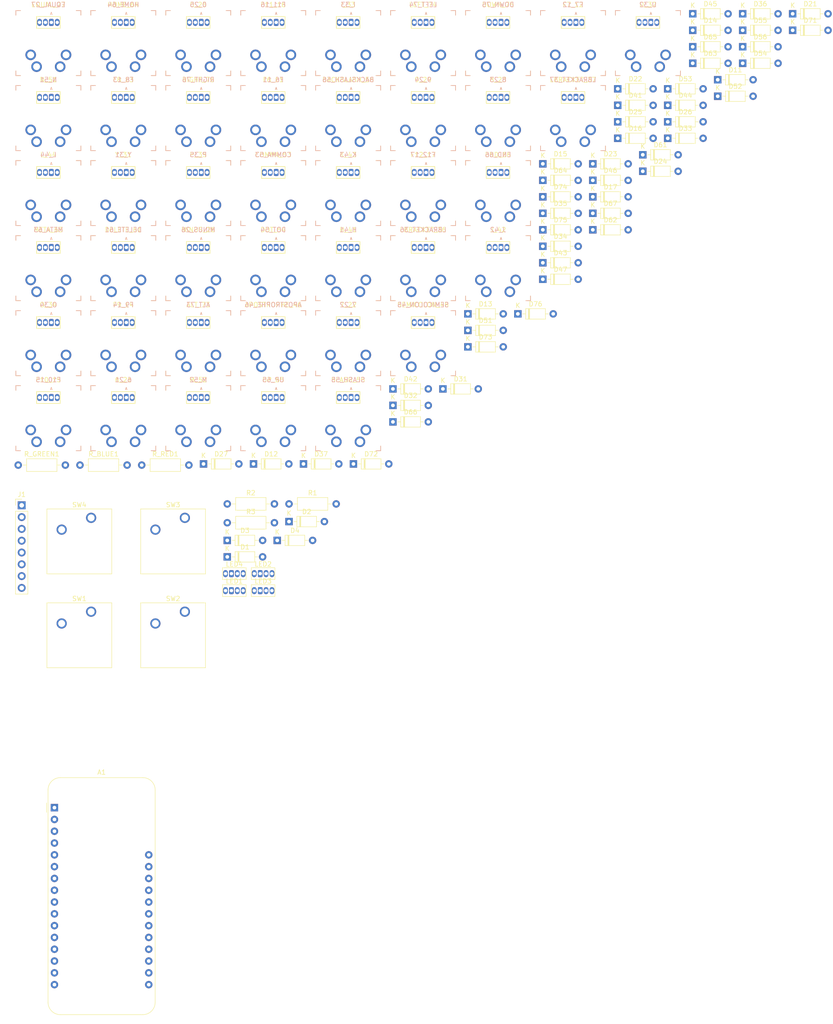
<source format=kicad_pcb>
(kicad_pcb (version 20211014) (generator pcbnew)

  (general
    (thickness 1.6)
  )

  (paper "A4")
  (layers
    (0 "F.Cu" signal)
    (31 "B.Cu" signal)
    (32 "B.Adhes" user "B.Adhesive")
    (33 "F.Adhes" user "F.Adhesive")
    (34 "B.Paste" user)
    (35 "F.Paste" user)
    (36 "B.SilkS" user "B.Silkscreen")
    (37 "F.SilkS" user "F.Silkscreen")
    (38 "B.Mask" user)
    (39 "F.Mask" user)
    (40 "Dwgs.User" user "User.Drawings")
    (41 "Cmts.User" user "User.Comments")
    (42 "Eco1.User" user "User.Eco1")
    (43 "Eco2.User" user "User.Eco2")
    (44 "Edge.Cuts" user)
    (45 "Margin" user)
    (46 "B.CrtYd" user "B.Courtyard")
    (47 "F.CrtYd" user "F.Courtyard")
    (48 "B.Fab" user)
    (49 "F.Fab" user)
    (50 "User.1" user)
    (51 "User.2" user)
    (52 "User.3" user)
    (53 "User.4" user)
    (54 "User.5" user)
    (55 "User.6" user)
    (56 "User.7" user)
    (57 "User.8" user)
    (58 "User.9" user)
  )

  (setup
    (pad_to_mask_clearance 0)
    (pcbplotparams
      (layerselection 0x00010fc_ffffffff)
      (disableapertmacros false)
      (usegerberextensions false)
      (usegerberattributes true)
      (usegerberadvancedattributes true)
      (creategerberjobfile true)
      (svguseinch false)
      (svgprecision 6)
      (excludeedgelayer true)
      (plotframeref false)
      (viasonmask false)
      (mode 1)
      (useauxorigin false)
      (hpglpennumber 1)
      (hpglpenspeed 20)
      (hpglpendiameter 15.000000)
      (dxfpolygonmode true)
      (dxfimperialunits true)
      (dxfusepcbnewfont true)
      (psnegative false)
      (psa4output false)
      (plotreference true)
      (plotvalue true)
      (plotinvisibletext false)
      (sketchpadsonfab false)
      (subtractmaskfromsilk false)
      (outputformat 1)
      (mirror false)
      (drillshape 1)
      (scaleselection 1)
      (outputdirectory "")
    )
  )

  (net 0 "")
  (net 1 "unconnected-(A1-Pad1)")
  (net 2 "Net-(0_25-Pad1)")
  (net 3 "unconnected-(A1-Pad3)")
  (net 4 "/Full Keyboard/A")
  (net 5 "/Full Keyboard/COL1")
  (net 6 "/Full Keyboard/COL2")
  (net 7 "/Full Keyboard/COL3")
  (net 8 "/Full Keyboard/COL4")
  (net 9 "/Full Keyboard/COL5")
  (net 10 "/Full Keyboard/COL6")
  (net 11 "/Full Keyboard/ROW4")
  (net 12 "/Full Keyboard/ROW5")
  (net 13 "/Full Keyboard/COL7")
  (net 14 "unconnected-(A1-Pad14)")
  (net 15 "unconnected-(A1-Pad15)")
  (net 16 "/Full Keyboard/R")
  (net 17 "/Full Keyboard/ROW6")
  (net 18 "/Full Keyboard/ROW7")
  (net 19 "/Full Keyboard/ROW1")
  (net 20 "/Full Keyboard/ROW2")
  (net 21 "/Full Keyboard/ROW3")
  (net 22 "Net-(6_21-Pad1)")
  (net 23 "Net-(7_22-Pad1)")
  (net 24 "Net-(8_23-Pad1)")
  (net 25 "unconnected-(8_23-Pad3)")
  (net 26 "Net-(9_24-Pad1)")
  (net 27 "unconnected-(A1-Pad27)")
  (net 28 "unconnected-(A1-Pad28)")
  (net 29 "/Full Keyboard/Vcc")
  (net 30 "/Full Keyboard/GND")
  (net 31 "unconnected-(A1-Pad11)")
  (net 32 "unconnected-(A1-Pad12)")
  (net 33 "unconnected-(A1-Pad13)")
  (net 34 "Net-(D16-Pad2)")
  (net 35 "Net-(D17-Pad2)")
  (net 36 "unconnected-(A1-Pad17)")
  (net 37 "unconnected-(A1-Pad18)")
  (net 38 "Net-(A1-Pad19)")
  (net 39 "Net-(A1-Pad20)")
  (net 40 "Net-(A1-Pad21)")
  (net 41 "Net-(D26-Pad2)")
  (net 42 "Net-(D27-Pad2)")
  (net 43 "Net-(A1-Pad22)")
  (net 44 "Net-(A1-Pad23)")
  (net 45 "Net-(A1-Pad24)")
  (net 46 "Net-(A1-Pad25)")
  (net 47 "/Full Keyboard/Vusb")
  (net 48 "Net-(D36-Pad2)")
  (net 49 "Net-(D37-Pad2)")
  (net 50 "Net-(ALT_73-Pad1)")
  (net 51 "Net-(APOSTROPHE_46-Pad1)")
  (net 52 "Net-(BACKSLASH_56-Pad1)")
  (net 53 "Net-(COMMA_53-Pad1)")
  (net 54 "/Mini Keyboard/COL1")
  (net 55 "Net-(D1-Pad2)")
  (net 56 "Net-(D47-Pad2)")
  (net 57 "/Mini Keyboard/COL2")
  (net 58 "Net-(D2-Pad2)")
  (net 59 "Net-(D3-Pad2)")
  (net 60 "Net-(D4-Pad2)")
  (net 61 "Net-(D11-Pad2)")
  (net 62 "Net-(D12-Pad2)")
  (net 63 "Net-(D13-Pad2)")
  (net 64 "Net-(D14-Pad2)")
  (net 65 "Net-(D15-Pad2)")
  (net 66 "Net-(D31-Pad2)")
  (net 67 "Net-(D32-Pad2)")
  (net 68 "Net-(D66-Pad2)")
  (net 69 "Net-(D33-Pad2)")
  (net 70 "Net-(D34-Pad2)")
  (net 71 "Net-(D35-Pad2)")
  (net 72 "Net-(D41-Pad2)")
  (net 73 "Net-(D42-Pad2)")
  (net 74 "Net-(D43-Pad2)")
  (net 75 "Net-(D76-Pad2)")
  (net 76 "Net-(D44-Pad2)")
  (net 77 "Net-(D45-Pad2)")
  (net 78 "Net-(D51-Pad2)")
  (net 79 "Net-(D52-Pad2)")
  (net 80 "Net-(D54-Pad2)")
  (net 81 "Net-(D55-Pad2)")
  (net 82 "Net-(D61-Pad2)")
  (net 83 "Net-(D62-Pad2)")
  (net 84 "Net-(D63-Pad2)")
  (net 85 "Net-(D64-Pad2)")
  (net 86 "Net-(D65-Pad2)")
  (net 87 "Net-(CTRL_67-Pad1)")
  (net 88 "Net-(BACKSPACE_71-Pad1)")
  (net 89 "Net-(D72-Pad2)")
  (net 90 "Net-(D74-Pad2)")
  (net 91 "Net-(D75-Pad2)")
  (net 92 "/Mini Keyboard/LED_A")
  (net 93 "/Mini Keyboard/LED_R")
  (net 94 "/Mini Keyboard/LED_G")
  (net 95 "/Mini Keyboard/LED_B")
  (net 96 "/Mini Keyboard/ROW1")
  (net 97 "/Mini Keyboard/ROW2")
  (net 98 "Net-(LED1-Pad1)")
  (net 99 "Net-(LED1-Pad3)")
  (net 100 "Net-(LED1-Pad4)")
  (net 101 "/Full Keyboard/B")
  (net 102 "/Full Keyboard/G")

  (footprint "Diode_THT:D_DO-35_SOD27_P7.62mm_Horizontal" (layer "F.Cu") (at 431.12 53.922))

  (footprint "Diode_THT:D_DO-35_SOD27_P7.62mm_Horizontal" (layer "F.Cu") (at 398.82 95.272))

  (footprint "Diode_THT:D_DO-35_SOD27_P7.62mm_Horizontal" (layer "F.Cu") (at 447.27 27.122))

  (footprint "libraries:SW_MX_reversible_RGB" (layer "F.Cu") (at 324.57 81.872))

  (footprint "Diode_THT:D_DO-35_SOD27_P7.62mm_Horizontal" (layer "F.Cu") (at 468.81 25.172))

  (footprint "libraries:SW_MX_reversible_RGB" (layer "F.Cu") (at 324.57 17.272))

  (footprint "libraries:SW_MX_reversible_RGB" (layer "F.Cu") (at 373.02 98.022))

  (footprint "libraries:SW_MX_reversible_RGB" (layer "F.Cu") (at 324.57 65.722))

  (footprint "Diode_THT:D_DO-35_SOD27_P7.62mm_Horizontal" (layer "F.Cu") (at 431.12 46.822))

  (footprint "libraries:SW_MX_reversible_RGB" (layer "F.Cu") (at 421.47 49.572))

  (footprint "Diode_THT:D_DO-35_SOD27_P7.62mm_Horizontal" (layer "F.Cu") (at 431.12 64.572))

  (footprint "Diode_THT:D_DO-35_SOD27_P7.62mm_Horizontal" (layer "F.Cu") (at 474.19 14.522))

  (footprint "libraries:SW_MX_reversible_RGB" (layer "F.Cu") (at 405.32 81.872))

  (footprint "Diode_THT:D_DO-35_SOD27_P7.62mm_Horizontal" (layer "F.Cu") (at 474.19 21.622))

  (footprint "Diode_THT:D_DO-35_SOD27_P7.62mm_Horizontal" (layer "F.Cu") (at 431.12 61.022))

  (footprint "Diode_THT:D_DO-35_SOD27_P7.62mm_Horizontal" (layer "F.Cu") (at 458.04 34.222))

  (footprint "Diode_THT:D_DO-35_SOD27_P7.62mm_Horizontal" (layer "F.Cu") (at 425.74 75.572))

  (footprint "Diode_THT:D_DO-35_SOD27_P7.62mm_Horizontal" (layer "F.Cu") (at 463.42 21.622))

  (footprint "Diode_THT:D_DO-35_SOD27_P7.62mm_Horizontal" (layer "F.Cu") (at 409.59 91.722))

  (footprint "Diode_THT:D_DO-35_SOD27_P7.62mm_Horizontal" (layer "F.Cu") (at 398.82 91.722))

  (footprint "libraries:SW_MX_reversible_RGB" (layer "F.Cu") (at 453.77 17.272))

  (footprint "Button_Switch_Keyboard:SW_Cherry_MX_1.00u_PCB" (layer "F.Cu") (at 333.785 139.677))

  (footprint "libraries:SW_MX_reversible_RGB" (layer "F.Cu") (at 421.47 33.422))

  (footprint "Diode_THT:D_DO-35_SOD27_P7.62mm_Horizontal" (layer "F.Cu") (at 398.82 98.822))

  (footprint "Diode_THT:D_DO-35_SOD27_P7.62mm_Horizontal" (layer "F.Cu") (at 368.77 107.872))

  (footprint "Diode_THT:D_DO-35_SOD27_P7.62mm_Horizontal" (layer "F.Cu") (at 414.97 75.572))

  (footprint "libraries:SW_MX_reversible_RGB" (layer "F.Cu") (at 389.17 65.722))

  (footprint "Diode_THT:D_DO-35_SOD27_P7.62mm_Horizontal" (layer "F.Cu") (at 458.04 27.122))

  (footprint "Diode_THT:D_DO-35_SOD27_P7.62mm_Horizontal" (layer "F.Cu") (at 390.31 107.872))

  (footprint "Custom:LED_2.5x5.0mm_4CA_RGB" (layer "F.Cu") (at 370.845 131.487))

  (footprint "Diode_THT:D_DO-35_SOD27_P7.62mm_Horizontal" (layer "F.Cu") (at 441.89 43.272))

  (footprint "Diode_THT:D_DO-35_SOD27_P7.62mm_Horizontal" (layer "F.Cu") (at 458.04 37.772))

  (footprint "Diode_THT:D_DO-35_SOD27_P7.62mm_Horizontal" (layer "F.Cu") (at 441.89 53.922))

  (footprint "libraries:SW_MX_reversible_RGB" (layer "F.Cu") (at 340.72 65.722))

  (footprint "libraries:SW_MX_reversible_RGB" (layer "F.Cu") (at 340.72 17.272))

  (footprint "libraries:SW_MX_reversible_RGB" (layer "F.Cu")
    (tedit 0) (tstamp 5d741df8-4a0e-480a-96ea-45cfe3a317d9)
    (at 356.87 98.022)
    (property "Sheetfile" "full_keyboard/full_keyboard.kicad_sch")
    (property "Sheetname" "Full Keyboard")
    (path "/23ca3470-a8ca-4975-a9e6-54ca1882faee/97c75b1f-4cec-4a01-8d63-16f96b45f0c9")
    (attr through_hole)
    (fp_text reference "M_52" (at 0 -8.255 unlocked) (layer "F.SilkS")
      (effects (font (size 1 1) (thickness 0.15)))
      (tstamp b4ecc10a-1c47-4a01-8328-e758a8d8249a)
    )
    (fp_text value "RGB_1u" (at 0 8.89 unlocked) (layer "F.Fab")
      (effects (font (size 1 1) (thickness 0.15)))
      (tstamp fc71a0f2-5b93-400a-a3f6-887c3acce699)
    )
    (fp_text user "${REFERENCE}" (at 0 -8.255) (layer "B.SilkS")
      (effects (font (size 1 1) (thickness 0.15)) (justify mirror))
      (tstamp 7448f2b9-6283-45eb-8d07-038423164331)
    )
    (fp_text user "A" (at 0.635 -6.35 unlocked) (layer "B.SilkS")
      (effects (font (size 0.5 0.5) (thickness 0.125)))
      (tstamp f6e56211-df98-4af2-aa5c-0873301bd24c)
    )
    (fp_text user "A" (at 0.635 -6.35 unlocked) (layer "F.SilkS")
      (effects (font (size 0.5 0.5) (thickness 0.125)))
      (tstamp 1d20fdb8-13da-4d35-b0cf-92434f5799ce)
    )
    (fp_text user "${VALUE}" (at 0 8.89) (layer "B.Fab")
      (effects (font (size 1 1) (thickness 0.15)) (justify mirror))
      (tstamp b5838aa0-9aaf-4cb4-b26f-5138d5d83f07)
    )
    (fp_line (start 7 6) (end 7 7) (layer "B.SilkS") (width 0.15) (tstamp 41c0c827-6eac-44d0-a100-adb44c061687))
    (fp_line (start 6 -7) (end 7 -7) (layer "B.SilkS") (width 0.15) (tstamp 41eed8db-0acd-42f9-92bd-57766d73ca01))
    (fp_line (start -6 7) (end -7 7) (layer "B.SilkS") (width 0.15) (tstamp 45ffd3c7-4124-41de-b26d-ee32390b4179))
    (fp_line (start -7 7) (end -7 6) (layer "B.SilkS") (width 0.15) (tstamp 8b4b9a8e-af4c-4fe2-8694-58b64dddf53f))
    (fp_line (start -7 -6) (end -7 -7) (layer "B.SilkS") (width 0.15) (tstamp 90226ae1-b1b1-49d9-8eba-c96773fbd9e5))
    (fp_line (start 7 -7) (end 7 -6) (layer "B.SilkS") (width 0.15) (tstamp a21e4b8b-8c7d-4d9d-a213-4c0c3d
... [425113 chars truncated]
</source>
